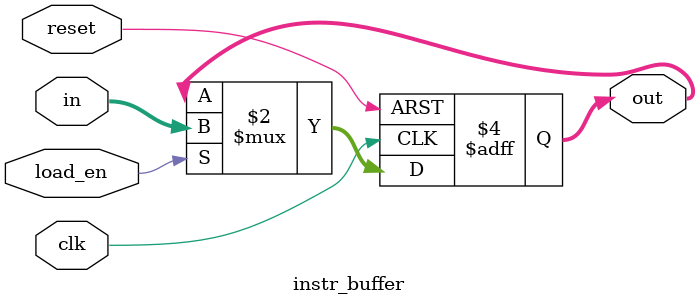
<source format=v>
module instr_buffer(
    input wire clk,         // Clock signal
    input wire reset,       // Reset signal
    input wire load_en,        // Control signal to load data --> from sfm
    input wire [15:0] in,   // 16-bit input instruction
    output reg [15:0] out   // 16-bit output instruction
);
    
    // On reset (active-high), clear the output. Otherwise, load data on load signal.
    always @(posedge clk or posedge reset) begin
        if (reset) begin
            out <= 16'b0;  // Clear the instruction on reset
        end else if (load_en) begin
            out <= in;     // Load new instruction into register
        end
    end

endmodule

</source>
